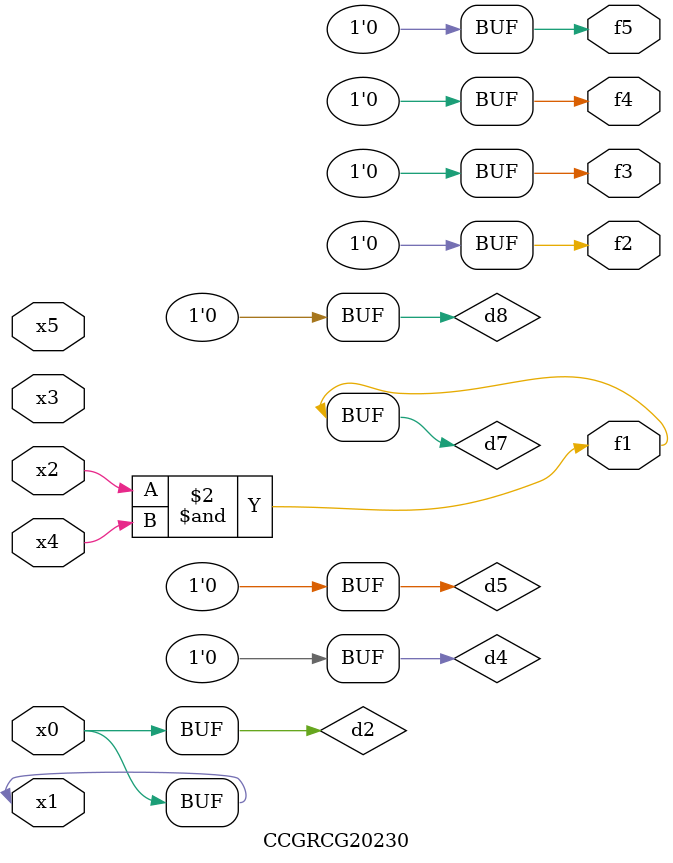
<source format=v>
module CCGRCG20230(
	input x0, x1, x2, x3, x4, x5,
	output f1, f2, f3, f4, f5
);

	wire d1, d2, d3, d4, d5, d6, d7, d8, d9;

	nand (d1, x1);
	buf (d2, x0, x1);
	nand (d3, x2, x4);
	and (d4, d1, d2);
	and (d5, d1, d2);
	nand (d6, d1, d3);
	not (d7, d3);
	xor (d8, d5);
	nor (d9, d5, d6);
	assign f1 = d7;
	assign f2 = d8;
	assign f3 = d8;
	assign f4 = d8;
	assign f5 = d8;
endmodule

</source>
